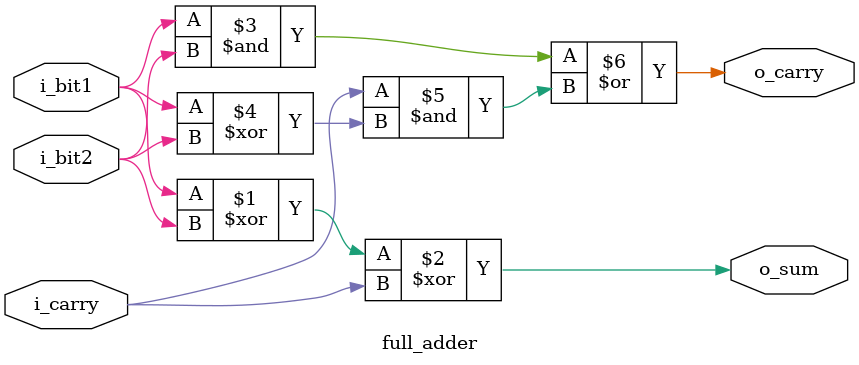
<source format=v>
`timescale 10ns / 10ps


module full_adder (
    input wire i_bit1,
    input wire i_bit2,
    input wire i_carry,
    output wire o_sum,
    output wire o_carry
);
    assign o_sum = i_bit1 ^ i_bit2 ^ i_carry;
    assign o_carry = (i_bit1 & i_bit2) | (i_carry & (i_bit1 ^ i_bit2));
endmodule 
</source>
